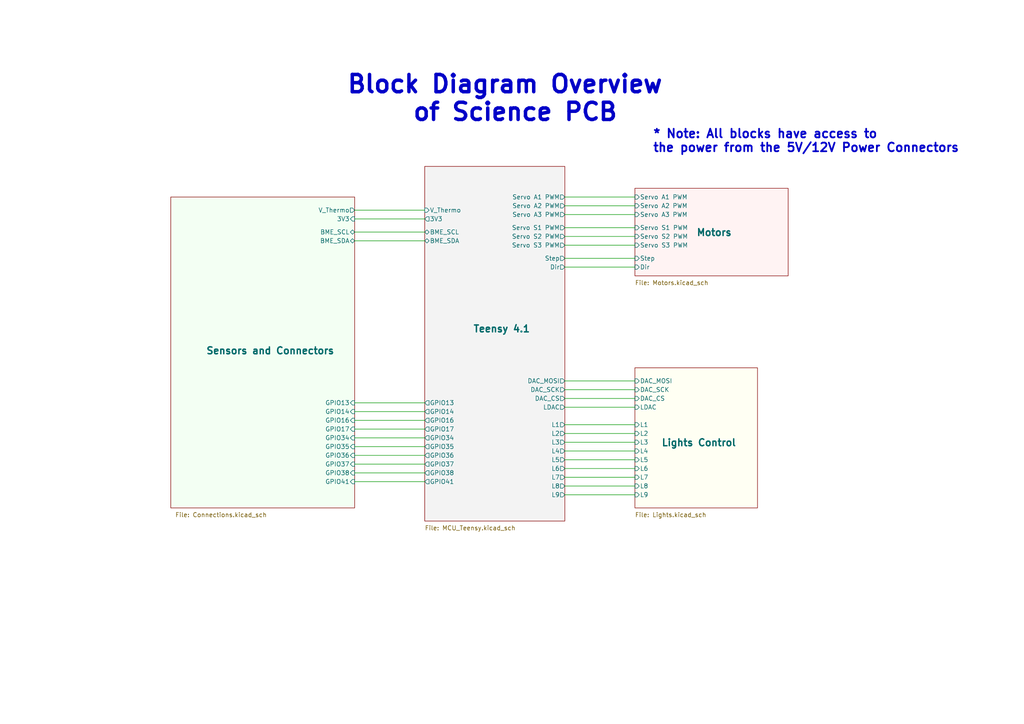
<source format=kicad_sch>
(kicad_sch (version 20230121) (generator eeschema)
  (paper "A4")
  (title_block (title "QSET Science Payload PCB") (date "2023-11-28") (rev "2") (company "Matthew Szalawiga"))
  (lib_symbols)
  (wire (pts (xy 102.87 132.08) (xy 123.19 132.08)))
  (wire (pts (xy 163.83 57.15) (xy 184.15 57.15)))
  (wire (pts (xy 102.87 69.85) (xy 123.19 69.85)))
  (wire (pts (xy 102.87 63.5) (xy 123.19 63.5)))
  (wire (pts (xy 102.87 121.92) (xy 123.19 121.92)))
  (wire (pts (xy 102.87 139.7) (xy 123.19 139.7)))
  (wire (pts (xy 163.83 68.58) (xy 184.15 68.58)))
  (wire (pts (xy 163.83 125.73) (xy 184.15 125.73)))
  (wire (pts (xy 102.87 127) (xy 123.19 127)))
  (wire (pts (xy 102.87 119.38) (xy 123.19 119.38)))
  (wire (pts (xy 163.83 74.93) (xy 184.15 74.93)))
  (wire (pts (xy 102.87 134.62) (xy 123.19 134.62)))
  (wire (pts (xy 163.83 113.03) (xy 184.15 113.03)))
  (wire (pts (xy 102.87 124.46) (xy 123.19 124.46)))
  (wire (pts (xy 163.83 62.23) (xy 184.15 62.23)))
  (wire (pts (xy 163.83 66.04) (xy 184.15 66.04)))
  (wire (pts (xy 163.83 130.81) (xy 184.15 130.81)))
  (wire (pts (xy 102.87 60.96) (xy 123.19 60.96)))
  (wire (pts (xy 163.83 77.47) (xy 184.15 77.47)))
  (wire (pts (xy 163.83 123.19) (xy 184.15 123.19)))
  (wire (pts (xy 163.83 59.69) (xy 184.15 59.69)))
  (wire (pts (xy 163.83 140.97) (xy 184.15 140.97)))
  (wire (pts (xy 163.83 110.49) (xy 184.15 110.49)))
  (wire (pts (xy 163.83 115.57) (xy 184.15 115.57)))
  (wire (pts (xy 102.87 129.54) (xy 123.19 129.54)))
  (wire (pts (xy 163.83 118.11) (xy 184.15 118.11)))
  (wire (pts (xy 163.83 133.35) (xy 184.15 133.35)))
  (wire (pts (xy 102.87 67.31) (xy 123.19 67.31)))
  (wire (pts (xy 163.83 135.89) (xy 184.15 135.89)))
  (wire (pts (xy 163.83 143.51) (xy 184.15 143.51)))
  (wire (pts (xy 163.83 71.12) (xy 184.15 71.12)))
  (wire (pts (xy 163.83 128.27) (xy 184.15 128.27)))
  (wire (pts (xy 102.87 116.84) (xy 123.19 116.84)))
  (wire (pts (xy 163.83 138.43) (xy 184.15 138.43)))
  (wire (pts (xy 102.87 137.16) (xy 123.19 137.16)))
  (text "* Note: All blocks have access to \nthe power from the 5V/12V Power Connectors" (at 189.23 44.45 0) (effects (font (size 2.5 2.5) (thickness 0.5) bold) (justify left bottom)))
  (text "Block Diagram Overview\n     of Science PCB" (at 100.33 35.56 0) (effects (font (size 5 5) bold) (justify left bottom)))
  (sheet (at 184.15 54.61) (size 44.45 25.4) (stroke (width 0.1524)) (fill (color 255 0 0 0.0500))
    (property "Sheetname" "Motors" (at 201.93 68.58 0) (effects (font (size 2 2) bold) (justify left bottom)))
    (property "Sheetfile" "Motors.kicad_sch" (at 184.15 81.28 0) (effects (justify left top)))
    (pin "Servo S1 PWM" input (at 184.15 66.04 180))
    (pin "Servo S2 PWM" input (at 184.15 68.58 180))
    (pin "Servo S3 PWM" input (at 184.15 71.12 180))
    (pin "Step" input (at 184.15 74.93 180))
    (pin "Dir" input (at 184.15 77.47 180))
    (pin "Servo A1 PWM" input (at 184.15 57.15 180))
    (pin "Servo A3 PWM" input (at 184.15 62.23 180))
    (pin "Servo A2 PWM" input (at 184.15 59.69 180))
  )
  (sheet (at 123.19 48.26) (size 40.64 102.87) (stroke (width 0.1524)) (fill (color 0 0 0 0.0500))
    (property "Sheetname" "Teensy 4.1" (at 137.16 96.52 0) (effects (font (size 2 2) bold) (justify left bottom)))
    (property "Sheetfile" "MCU_Teensy.kicad_sch" (at 123.19 152.4 0) (effects (justify left top)))
    (pin "L5" output (at 163.83 133.35 0))
    (pin "L6" output (at 163.83 135.89 0))
    (pin "L7" output (at 163.83 138.43 0))
    (pin "L9" output (at 163.83 143.51 0))
    (pin "L8" output (at 163.83 140.97 0))
    (pin "L4" output (at 163.83 130.81 0))
    (pin "L3" output (at 163.83 128.27 0))
    (pin "L1" output (at 163.83 123.19 0))
    (pin "L2" output (at 163.83 125.73 0))
    (pin "Servo A1 PWM" output (at 163.83 57.15 0))
    (pin "Servo A2 PWM" output (at 163.83 59.69 0))
    (pin "Servo A3 PWM" output (at 163.83 62.23 0))
    (pin "Servo S1 PWM" output (at 163.83 66.04 0))
    (pin "Servo S2 PWM" output (at 163.83 68.58 0))
    (pin "Servo S3 PWM" output (at 163.83 71.12 0))
    (pin "BME_SDA" bidirectional (at 123.19 69.85 180))
    (pin "BME_SCL" bidirectional (at 123.19 67.31 180))
    (pin "V_Thermo" input (at 123.19 60.96 180))
    (pin "Step" output (at 163.83 74.93 0))
    (pin "Dir" output (at 163.83 77.47 0))
    (pin "LDAC" output (at 163.83 118.11 0))
    (pin "DAC_CS" output (at 163.83 115.57 0))
    (pin "DAC_SCK" output (at 163.83 113.03 0))
    (pin "DAC_MOSI" output (at 163.83 110.49 0))
    (pin "3V3" output (at 123.19 63.5 180))
    (pin "GPIO41" output (at 123.19 139.7 180))
    (pin "GPIO16" output (at 123.19 121.92 180))
    (pin "GPIO17" output (at 123.19 124.46 180))
    (pin "GPIO38" output (at 123.19 137.16 180))
    (pin "GPIO14" output (at 123.19 119.38 180))
    (pin "GPIO35" output (at 123.19 129.54 180))
    (pin "GPIO34" output (at 123.19 127 180))
    (pin "GPIO36" output (at 123.19 132.08 180))
    (pin "GPIO37" output (at 123.19 134.62 180))
    (pin "GPIO13" output (at 123.19 116.84 180))
  )
  (sheet (at 184.15 106.68) (size 35.56 40.64) (stroke (width 0.1524)) (fill (color 255 255 0 0.0500))
    (property "Sheetname" "Lights Control" (at 191.77 129.54 0) (effects (font (size 2 2) bold) (justify left bottom)))
    (property "Sheetfile" "Lights.kicad_sch" (at 184.15 148.59 0) (effects (justify left top)))
    (pin "L4" input (at 184.15 130.81 180))
    (pin "L1" input (at 184.15 123.19 180))
    (pin "L2" input (at 184.15 125.73 180))
    (pin "L3" input (at 184.15 128.27 180))
    (pin "L6" input (at 184.15 135.89 180))
    (pin "L8" input (at 184.15 140.97 180))
    (pin "L9" input (at 184.15 143.51 180))
    (pin "L7" input (at 184.15 138.43 180))
    (pin "L5" input (at 184.15 133.35 180))
    (pin "LDAC" input (at 184.15 118.11 180))
    (pin "DAC_SCK" input (at 184.15 113.03 180))
    (pin "DAC_CS" input (at 184.15 115.57 180))
    (pin "DAC_MOSI" input (at 184.15 110.49 180))
  )
  (sheet (at 49.53 57.15) (size 53.34 90.17) (stroke (width 0.1524)) (fill (color 0 255 0 0.0500))
    (property "Sheetname" "Sensors and Connectors" (at 59.69 102.87 0) (effects (font (size 2 2) bold) (justify left bottom)))
    (property "Sheetfile" "Connections.kicad_sch" (at 50.8 148.59 0) (effects (justify left top)))
    (pin "V_Thermo" output (at 102.87 60.96 0))
    (pin "BME_SDA" bidirectional (at 102.87 69.85 0))
    (pin "BME_SCL" bidirectional (at 102.87 67.31 0))
    (pin "3V3" input (at 102.87 63.5 0))
    (pin "GPIO34" input (at 102.87 127 0))
    (pin "GPIO13" input (at 102.87 116.84 0))
    (pin "GPIO35" input (at 102.87 129.54 0))
    (pin "GPIO14" input (at 102.87 119.38 0))
    (pin "GPIO37" input (at 102.87 134.62 0))
    (pin "GPIO36" input (at 102.87 132.08 0))
    (pin "GPIO38" input (at 102.87 137.16 0))
    (pin "GPIO41" input (at 102.87 139.7 0))
    (pin "GPIO16" input (at 102.87 121.92 0))
    (pin "GPIO17" input (at 102.87 124.46 0))
  )
)
</source>
